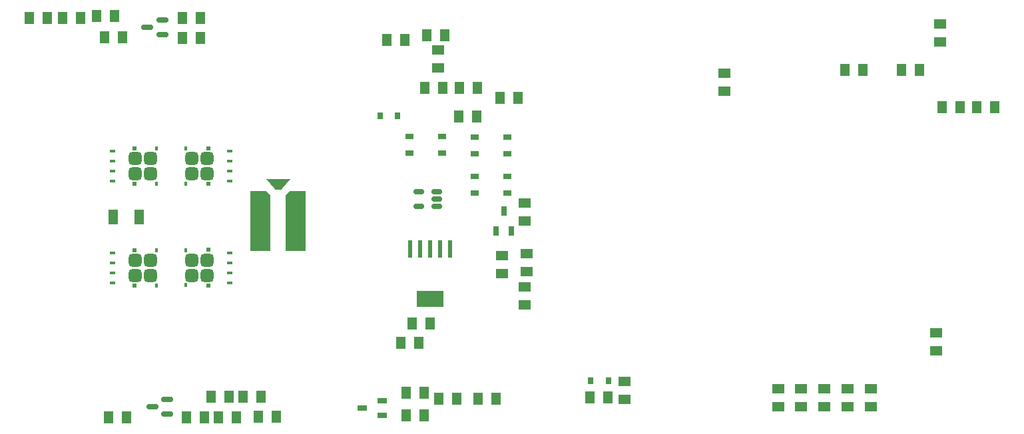
<source format=gbr>
%TF.GenerationSoftware,KiCad,Pcbnew,7.0.7*%
%TF.CreationDate,2024-03-21T09:31:29-04:00*%
%TF.ProjectId,BMB,424d422e-6b69-4636-9164-5f7063625858,rev?*%
%TF.SameCoordinates,Original*%
%TF.FileFunction,Paste,Top*%
%TF.FilePolarity,Positive*%
%FSLAX46Y46*%
G04 Gerber Fmt 4.6, Leading zero omitted, Abs format (unit mm)*
G04 Created by KiCad (PCBNEW 7.0.7) date 2024-03-21 09:31:29*
%MOMM*%
%LPD*%
G01*
G04 APERTURE LIST*
G04 Aperture macros list*
%AMRoundRect*
0 Rectangle with rounded corners*
0 $1 Rounding radius*
0 $2 $3 $4 $5 $6 $7 $8 $9 X,Y pos of 4 corners*
0 Add a 4 corners polygon primitive as box body*
4,1,4,$2,$3,$4,$5,$6,$7,$8,$9,$2,$3,0*
0 Add four circle primitives for the rounded corners*
1,1,$1+$1,$2,$3*
1,1,$1+$1,$4,$5*
1,1,$1+$1,$6,$7*
1,1,$1+$1,$8,$9*
0 Add four rect primitives between the rounded corners*
20,1,$1+$1,$2,$3,$4,$5,0*
20,1,$1+$1,$4,$5,$6,$7,0*
20,1,$1+$1,$6,$7,$8,$9,0*
20,1,$1+$1,$8,$9,$2,$3,0*%
%AMOutline4P*
0 Free polygon, 4 corners , with rotation*
0 The origin of the aperture is its center*
0 number of corners: always 4*
0 $1 to $8 corner X, Y*
0 $9 Rotation angle, in degrees counterclockwise*
0 create outline with 4 corners*
4,1,4,$1,$2,$3,$4,$5,$6,$7,$8,$1,$2,$9*%
%AMOutline5P*
0 Free polygon, 5 corners , with rotation*
0 The origin of the aperture is its center*
0 number of corners: always 5*
0 $1 to $10 corner X, Y*
0 $11 Rotation angle, in degrees counterclockwise*
0 create outline with 5 corners*
4,1,5,$1,$2,$3,$4,$5,$6,$7,$8,$9,$10,$1,$2,$11*%
%AMOutline6P*
0 Free polygon, 6 corners , with rotation*
0 The origin of the aperture is its center*
0 number of corners: always 6*
0 $1 to $12 corner X, Y*
0 $13 Rotation angle, in degrees counterclockwise*
0 create outline with 6 corners*
4,1,6,$1,$2,$3,$4,$5,$6,$7,$8,$9,$10,$11,$12,$1,$2,$13*%
%AMOutline7P*
0 Free polygon, 7 corners , with rotation*
0 The origin of the aperture is its center*
0 number of corners: always 7*
0 $1 to $14 corner X, Y*
0 $15 Rotation angle, in degrees counterclockwise*
0 create outline with 7 corners*
4,1,7,$1,$2,$3,$4,$5,$6,$7,$8,$9,$10,$11,$12,$13,$14,$1,$2,$15*%
%AMOutline8P*
0 Free polygon, 8 corners , with rotation*
0 The origin of the aperture is its center*
0 number of corners: always 8*
0 $1 to $16 corner X, Y*
0 $17 Rotation angle, in degrees counterclockwise*
0 create outline with 8 corners*
4,1,8,$1,$2,$3,$4,$5,$6,$7,$8,$9,$10,$11,$12,$13,$14,$15,$16,$1,$2,$17*%
G04 Aperture macros list end*
%ADD10R,1.270000X1.524000*%
%ADD11R,0.635000X0.838200*%
%ADD12R,1.270000X1.905000*%
%ADD13RoundRect,0.407500X-0.415000X-0.407500X0.415000X-0.407500X0.415000X0.407500X-0.415000X0.407500X0*%
%ADD14RoundRect,0.102500X-0.257500X-0.102500X0.257500X-0.102500X0.257500X0.102500X-0.257500X0.102500X0*%
%ADD15R,0.510000X0.585000*%
%ADD16R,0.410000X0.470000*%
%ADD17R,1.041400X0.660400*%
%ADD18R,1.524000X1.270000*%
%ADD19RoundRect,0.150000X0.587500X0.150000X-0.587500X0.150000X-0.587500X-0.150000X0.587500X-0.150000X0*%
%ADD20RoundRect,0.407500X0.415000X0.407500X-0.415000X0.407500X-0.415000X-0.407500X0.415000X-0.407500X0*%
%ADD21RoundRect,0.102500X0.257500X0.102500X-0.257500X0.102500X-0.257500X-0.102500X0.257500X-0.102500X0*%
%ADD22R,0.800100X1.300860*%
%ADD23R,1.300860X0.800100*%
%ADD24RoundRect,0.150000X0.512500X0.150000X-0.512500X0.150000X-0.512500X-0.150000X0.512500X-0.150000X0*%
%ADD25R,0.600000X2.200000*%
%ADD26R,3.450000X2.150000*%
%ADD27Outline5P,-3.810000X1.270000X3.810000X1.270000X3.810000X-1.270000X-3.302000X-1.270000X-3.810000X-0.762000X270.000000*%
%ADD28Outline4P,-1.514475X-0.663575X1.514475X-0.663575X0.371475X0.663575X-0.371475X0.663575X180.000000*%
%ADD29Outline5P,-3.810000X0.762000X-3.302000X1.270000X3.810000X1.270000X3.810000X-1.270000X-3.810000X-1.270000X270.000000*%
G04 APERTURE END LIST*
D10*
%TO.C,D8*%
X217627200Y-86360000D03*
X215341200Y-86360000D03*
%TD*%
%TO.C,C20*%
X99060000Y-75057000D03*
X101346000Y-75057000D03*
%TD*%
%TO.C,C1*%
X149428200Y-87579200D03*
X151714200Y-87579200D03*
%TD*%
%TO.C,C22*%
X117932200Y-123190000D03*
X120218200Y-123190000D03*
%TD*%
%TO.C,C38*%
X142113000Y-116332000D03*
X144399000Y-116332000D03*
%TD*%
D11*
%TO.C,U3*%
X141706600Y-87503000D03*
X139471400Y-87503000D03*
%TD*%
D12*
%TO.C,TH1*%
X108839000Y-100330000D03*
X105537000Y-100330000D03*
%TD*%
D13*
%TO.C,U10*%
X108305600Y-92888200D03*
X108305600Y-94818200D03*
X110250600Y-92888200D03*
X110250600Y-94818200D03*
D14*
X105483100Y-91948200D03*
X105483100Y-93218200D03*
X105483100Y-94488200D03*
X105483100Y-95758200D03*
D15*
X108198100Y-91580700D03*
X108198100Y-96125700D03*
D16*
X111068100Y-91638200D03*
X111068100Y-96068200D03*
%TD*%
D10*
%TO.C,R13*%
X154686000Y-85217000D03*
X156972000Y-85217000D03*
%TD*%
D17*
%TO.C,WAKE1*%
X143213000Y-90085600D03*
X147363000Y-90085600D03*
X143213000Y-92235600D03*
X147363000Y-92235600D03*
%TD*%
D18*
%TO.C,D2*%
X195961000Y-124485400D03*
X195961000Y-122199400D03*
%TD*%
D10*
%TO.C,R31*%
X104902000Y-125857000D03*
X107188000Y-125857000D03*
%TD*%
D18*
%TO.C,C10*%
X158089600Y-104978200D03*
X158089600Y-107264200D03*
%TD*%
%TO.C,D6*%
X201857400Y-124485400D03*
X201857400Y-122199400D03*
%TD*%
%TO.C,R38*%
X170561000Y-123571000D03*
X170561000Y-121285000D03*
%TD*%
D10*
%TO.C,C26*%
X145110200Y-83870800D03*
X147396200Y-83870800D03*
%TD*%
D19*
%TO.C,U12*%
X112395000Y-125410000D03*
X112395000Y-123510000D03*
X110520000Y-124460000D03*
%TD*%
D18*
%TO.C,R49*%
X146812000Y-79121000D03*
X146812000Y-81407000D03*
%TD*%
%TO.C,D5*%
X193014600Y-124485400D03*
X193014600Y-122199400D03*
%TD*%
%TO.C,C17*%
X157861000Y-100838000D03*
X157861000Y-98552000D03*
%TD*%
D17*
%TO.C,MCU_RES1*%
X151526600Y-95132000D03*
X155676600Y-95132000D03*
X151526600Y-97282000D03*
X155676600Y-97282000D03*
%TD*%
D10*
%TO.C,R17*%
X146939000Y-123444000D03*
X149225000Y-123444000D03*
%TD*%
%TO.C,R23*%
X213233000Y-86360000D03*
X210947000Y-86360000D03*
%TD*%
%TO.C,R19*%
X151917400Y-123444000D03*
X154203400Y-123444000D03*
%TD*%
D18*
%TO.C,R45*%
X210693000Y-75819000D03*
X210693000Y-78105000D03*
%TD*%
D10*
%TO.C,R30*%
X103378000Y-74803000D03*
X105664000Y-74803000D03*
%TD*%
%TO.C,R26*%
X145415000Y-77216000D03*
X147701000Y-77216000D03*
%TD*%
D17*
%TO.C,DISP1*%
X151518800Y-90161800D03*
X155668800Y-90161800D03*
X151518800Y-92311800D03*
X155668800Y-92311800D03*
%TD*%
D10*
%TO.C,R24*%
X123952000Y-125730000D03*
X126238000Y-125730000D03*
%TD*%
%TO.C,C23*%
X122021600Y-123164600D03*
X124307600Y-123164600D03*
%TD*%
D20*
%TO.C,U5*%
X117500400Y-94817800D03*
X117500400Y-92887800D03*
X115555400Y-94817800D03*
X115555400Y-92887800D03*
D21*
X120322900Y-95757800D03*
X120322900Y-94487800D03*
X120322900Y-93217800D03*
X120322900Y-91947800D03*
D15*
X117607900Y-96125300D03*
X117607900Y-91580300D03*
D16*
X114737900Y-96067800D03*
X114737900Y-91637800D03*
%TD*%
D18*
%TO.C,C16*%
X157835600Y-109194600D03*
X157835600Y-111480600D03*
%TD*%
D10*
%TO.C,C24*%
X198602600Y-81661000D03*
X200888600Y-81661000D03*
%TD*%
D19*
%TO.C,U11*%
X111760000Y-77150000D03*
X111760000Y-75250000D03*
X109885000Y-76200000D03*
%TD*%
D10*
%TO.C,R10*%
X143510000Y-113919000D03*
X145796000Y-113919000D03*
%TD*%
%TO.C,C15*%
X145034000Y-122707400D03*
X142748000Y-122707400D03*
%TD*%
D13*
%TO.C,U9*%
X108305600Y-105842200D03*
X108305600Y-107772200D03*
X110250600Y-105842200D03*
X110250600Y-107772200D03*
D14*
X105483100Y-104902200D03*
X105483100Y-106172200D03*
X105483100Y-107442200D03*
X105483100Y-108712200D03*
D15*
X108198100Y-104534700D03*
X108198100Y-109079700D03*
D16*
X111068100Y-104592200D03*
X111068100Y-109022200D03*
%TD*%
D22*
%TO.C,Q1*%
X155194000Y-99586860D03*
X154244000Y-102089140D03*
X156144000Y-102089140D03*
%TD*%
D10*
%TO.C,C19*%
X94869000Y-75057000D03*
X97155000Y-75057000D03*
%TD*%
%TO.C,R18*%
X142798800Y-125603000D03*
X145084800Y-125603000D03*
%TD*%
%TO.C,R21*%
X114300000Y-77597000D03*
X116586000Y-77597000D03*
%TD*%
D18*
%TO.C,R11*%
X154940000Y-105283000D03*
X154940000Y-107569000D03*
%TD*%
D10*
%TO.C,R22*%
X140335000Y-77851000D03*
X142621000Y-77851000D03*
%TD*%
D18*
%TO.C,C29*%
X183261000Y-82042000D03*
X183261000Y-84328000D03*
%TD*%
D10*
%TO.C,R36*%
X114300000Y-75057000D03*
X116586000Y-75057000D03*
%TD*%
D23*
%TO.C,Q3*%
X137223120Y-124653000D03*
X139725400Y-125603000D03*
X139725400Y-123703000D03*
%TD*%
D10*
%TO.C,C25*%
X208051400Y-81661000D03*
X205765400Y-81661000D03*
%TD*%
D24*
%TO.C,U1*%
X146679500Y-98994000D03*
X146679500Y-98044000D03*
X146679500Y-97094000D03*
X144404500Y-97094000D03*
X144404500Y-98994000D03*
%TD*%
D10*
%TO.C,R41*%
X168402000Y-123317000D03*
X166116000Y-123317000D03*
%TD*%
D20*
%TO.C,U6*%
X117500400Y-107758500D03*
X117500400Y-105828500D03*
X115555400Y-107758500D03*
X115555400Y-105828500D03*
D21*
X120322900Y-108698500D03*
X120322900Y-107428500D03*
X120322900Y-106158500D03*
X120322900Y-104888500D03*
D15*
X117607900Y-109066000D03*
X117607900Y-104521000D03*
D16*
X114737900Y-109008500D03*
X114737900Y-104578500D03*
%TD*%
D11*
%TO.C,U15*%
X166243000Y-121158000D03*
X168478200Y-121158000D03*
%TD*%
D10*
%TO.C,R34*%
X114833400Y-125780800D03*
X117119400Y-125780800D03*
%TD*%
D18*
%TO.C,C9*%
X210185000Y-115062000D03*
X210185000Y-117348000D03*
%TD*%
D10*
%TO.C,R37*%
X151866600Y-83870800D03*
X149580600Y-83870800D03*
%TD*%
D25*
%TO.C,U21*%
X148336000Y-104431500D03*
X147066000Y-104431500D03*
X145796000Y-104431500D03*
X144526000Y-104431500D03*
X143256000Y-104431500D03*
D26*
X145796000Y-110731500D03*
%TD*%
D10*
%TO.C,R20*%
X118872000Y-125857000D03*
X121158000Y-125857000D03*
%TD*%
D18*
%TO.C,D3*%
X190068200Y-124485400D03*
X190068200Y-122199400D03*
%TD*%
D27*
%TO.C,U4*%
X128765300Y-100799900D03*
D28*
X126504700Y-96148525D03*
D29*
X124244100Y-100799900D03*
%TD*%
D18*
%TO.C,D4*%
X198907400Y-124485400D03*
X198907400Y-122199400D03*
%TD*%
D10*
%TO.C,D1*%
X106680000Y-77470000D03*
X104394000Y-77470000D03*
%TD*%
M02*

</source>
